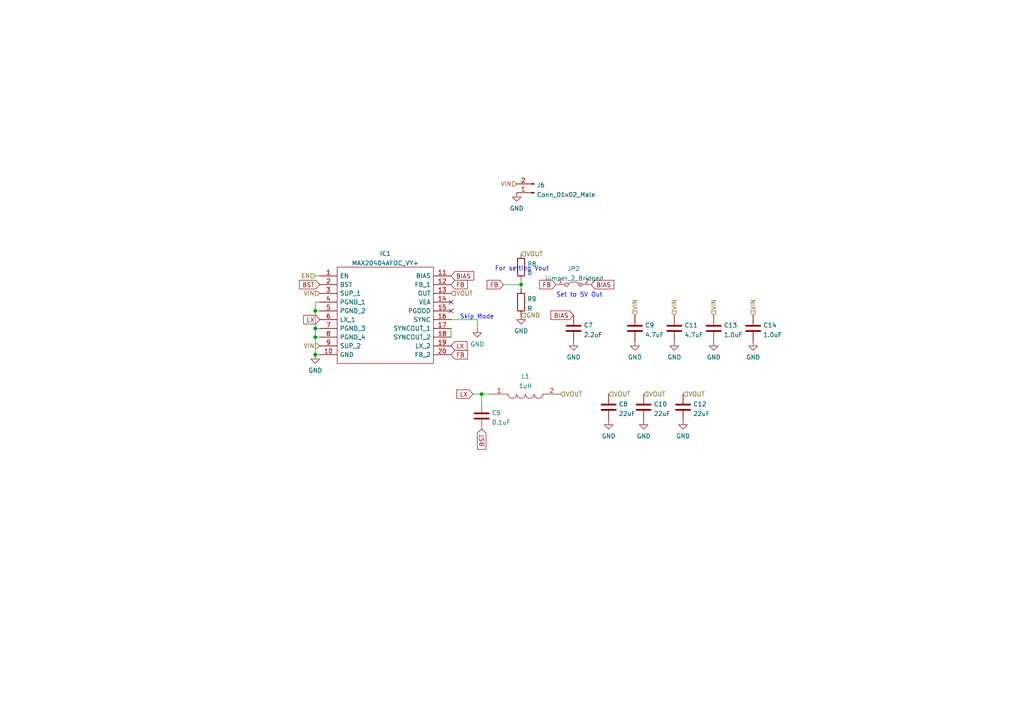
<source format=kicad_sch>
(kicad_sch (version 20211123) (generator eeschema)

  (uuid 4d3a1f72-d521-46ae-8fe1-3f8221038335)

  (paper "A4")

  (lib_symbols
    (symbol "Connector:Conn_01x02_Male" (pin_names (offset 1.016) hide) (in_bom yes) (on_board yes)
      (property "Reference" "J" (id 0) (at 0 2.54 0)
        (effects (font (size 1.27 1.27)))
      )
      (property "Value" "Conn_01x02_Male" (id 1) (at 0 -5.08 0)
        (effects (font (size 1.27 1.27)))
      )
      (property "Footprint" "" (id 2) (at 0 0 0)
        (effects (font (size 1.27 1.27)) hide)
      )
      (property "Datasheet" "~" (id 3) (at 0 0 0)
        (effects (font (size 1.27 1.27)) hide)
      )
      (property "ki_keywords" "connector" (id 4) (at 0 0 0)
        (effects (font (size 1.27 1.27)) hide)
      )
      (property "ki_description" "Generic connector, single row, 01x02, script generated (kicad-library-utils/schlib/autogen/connector/)" (id 5) (at 0 0 0)
        (effects (font (size 1.27 1.27)) hide)
      )
      (property "ki_fp_filters" "Connector*:*_1x??_*" (id 6) (at 0 0 0)
        (effects (font (size 1.27 1.27)) hide)
      )
      (symbol "Conn_01x02_Male_1_1"
        (polyline
          (pts
            (xy 1.27 -2.54)
            (xy 0.8636 -2.54)
          )
          (stroke (width 0.1524) (type default) (color 0 0 0 0))
          (fill (type none))
        )
        (polyline
          (pts
            (xy 1.27 0)
            (xy 0.8636 0)
          )
          (stroke (width 0.1524) (type default) (color 0 0 0 0))
          (fill (type none))
        )
        (rectangle (start 0.8636 -2.413) (end 0 -2.667)
          (stroke (width 0.1524) (type default) (color 0 0 0 0))
          (fill (type outline))
        )
        (rectangle (start 0.8636 0.127) (end 0 -0.127)
          (stroke (width 0.1524) (type default) (color 0 0 0 0))
          (fill (type outline))
        )
        (pin passive line (at 5.08 0 180) (length 3.81)
          (name "Pin_1" (effects (font (size 1.27 1.27))))
          (number "1" (effects (font (size 1.27 1.27))))
        )
        (pin passive line (at 5.08 -2.54 180) (length 3.81)
          (name "Pin_2" (effects (font (size 1.27 1.27))))
          (number "2" (effects (font (size 1.27 1.27))))
        )
      )
    )
    (symbol "Device:C" (pin_numbers hide) (pin_names (offset 0.254)) (in_bom yes) (on_board yes)
      (property "Reference" "C" (id 0) (at 0.635 2.54 0)
        (effects (font (size 1.27 1.27)) (justify left))
      )
      (property "Value" "C" (id 1) (at 0.635 -2.54 0)
        (effects (font (size 1.27 1.27)) (justify left))
      )
      (property "Footprint" "" (id 2) (at 0.9652 -3.81 0)
        (effects (font (size 1.27 1.27)) hide)
      )
      (property "Datasheet" "~" (id 3) (at 0 0 0)
        (effects (font (size 1.27 1.27)) hide)
      )
      (property "ki_keywords" "cap capacitor" (id 4) (at 0 0 0)
        (effects (font (size 1.27 1.27)) hide)
      )
      (property "ki_description" "Unpolarized capacitor" (id 5) (at 0 0 0)
        (effects (font (size 1.27 1.27)) hide)
      )
      (property "ki_fp_filters" "C_*" (id 6) (at 0 0 0)
        (effects (font (size 1.27 1.27)) hide)
      )
      (symbol "C_0_1"
        (polyline
          (pts
            (xy -2.032 -0.762)
            (xy 2.032 -0.762)
          )
          (stroke (width 0.508) (type default) (color 0 0 0 0))
          (fill (type none))
        )
        (polyline
          (pts
            (xy -2.032 0.762)
            (xy 2.032 0.762)
          )
          (stroke (width 0.508) (type default) (color 0 0 0 0))
          (fill (type none))
        )
      )
      (symbol "C_1_1"
        (pin passive line (at 0 3.81 270) (length 2.794)
          (name "~" (effects (font (size 1.27 1.27))))
          (number "1" (effects (font (size 1.27 1.27))))
        )
        (pin passive line (at 0 -3.81 90) (length 2.794)
          (name "~" (effects (font (size 1.27 1.27))))
          (number "2" (effects (font (size 1.27 1.27))))
        )
      )
    )
    (symbol "Device:R" (pin_numbers hide) (pin_names (offset 0)) (in_bom yes) (on_board yes)
      (property "Reference" "R" (id 0) (at 2.032 0 90)
        (effects (font (size 1.27 1.27)))
      )
      (property "Value" "R" (id 1) (at 0 0 90)
        (effects (font (size 1.27 1.27)))
      )
      (property "Footprint" "" (id 2) (at -1.778 0 90)
        (effects (font (size 1.27 1.27)) hide)
      )
      (property "Datasheet" "~" (id 3) (at 0 0 0)
        (effects (font (size 1.27 1.27)) hide)
      )
      (property "ki_keywords" "R res resistor" (id 4) (at 0 0 0)
        (effects (font (size 1.27 1.27)) hide)
      )
      (property "ki_description" "Resistor" (id 5) (at 0 0 0)
        (effects (font (size 1.27 1.27)) hide)
      )
      (property "ki_fp_filters" "R_*" (id 6) (at 0 0 0)
        (effects (font (size 1.27 1.27)) hide)
      )
      (symbol "R_0_1"
        (rectangle (start -1.016 -2.54) (end 1.016 2.54)
          (stroke (width 0.254) (type default) (color 0 0 0 0))
          (fill (type none))
        )
      )
      (symbol "R_1_1"
        (pin passive line (at 0 3.81 270) (length 1.27)
          (name "~" (effects (font (size 1.27 1.27))))
          (number "1" (effects (font (size 1.27 1.27))))
        )
        (pin passive line (at 0 -3.81 90) (length 1.27)
          (name "~" (effects (font (size 1.27 1.27))))
          (number "2" (effects (font (size 1.27 1.27))))
        )
      )
    )
    (symbol "Jumper:Jumper_2_Bridged" (pin_names (offset 0) hide) (in_bom yes) (on_board yes)
      (property "Reference" "JP" (id 0) (at 0 1.905 0)
        (effects (font (size 1.27 1.27)))
      )
      (property "Value" "Jumper_2_Bridged" (id 1) (at 0 -2.54 0)
        (effects (font (size 1.27 1.27)))
      )
      (property "Footprint" "" (id 2) (at 0 0 0)
        (effects (font (size 1.27 1.27)) hide)
      )
      (property "Datasheet" "~" (id 3) (at 0 0 0)
        (effects (font (size 1.27 1.27)) hide)
      )
      (property "ki_keywords" "Jumper SPST" (id 4) (at 0 0 0)
        (effects (font (size 1.27 1.27)) hide)
      )
      (property "ki_description" "Jumper, 2-pole, closed/bridged" (id 5) (at 0 0 0)
        (effects (font (size 1.27 1.27)) hide)
      )
      (property "ki_fp_filters" "Jumper* TestPoint*2Pads* TestPoint*Bridge*" (id 6) (at 0 0 0)
        (effects (font (size 1.27 1.27)) hide)
      )
      (symbol "Jumper_2_Bridged_0_0"
        (circle (center -2.032 0) (radius 0.508)
          (stroke (width 0) (type default) (color 0 0 0 0))
          (fill (type none))
        )
        (circle (center 2.032 0) (radius 0.508)
          (stroke (width 0) (type default) (color 0 0 0 0))
          (fill (type none))
        )
      )
      (symbol "Jumper_2_Bridged_0_1"
        (arc (start 1.524 0.254) (mid 0 0.762) (end -1.524 0.254)
          (stroke (width 0) (type default) (color 0 0 0 0))
          (fill (type none))
        )
      )
      (symbol "Jumper_2_Bridged_1_1"
        (pin passive line (at -5.08 0 0) (length 2.54)
          (name "A" (effects (font (size 1.27 1.27))))
          (number "1" (effects (font (size 1.27 1.27))))
        )
        (pin passive line (at 5.08 0 180) (length 2.54)
          (name "B" (effects (font (size 1.27 1.27))))
          (number "2" (effects (font (size 1.27 1.27))))
        )
      )
    )
    (symbol "MAX20404AFOC_VY+:MAX20404AFOC_VY+" (pin_names (offset 0.762)) (in_bom yes) (on_board yes)
      (property "Reference" "IC" (id 0) (at 34.29 7.62 0)
        (effects (font (size 1.27 1.27)) (justify left))
      )
      (property "Value" "MAX20404AFOC_VY+" (id 1) (at 34.29 5.08 0)
        (effects (font (size 1.27 1.27)) (justify left))
      )
      (property "Footprint" "MAX20404AFOCVY" (id 2) (at 34.29 2.54 0)
        (effects (font (size 1.27 1.27)) (justify left) hide)
      )
      (property "Datasheet" "https://datasheets.maximintegrated.com/en/ds/MAX20404-MAX20406.pdf" (id 3) (at 34.29 0 0)
        (effects (font (size 1.27 1.27)) (justify left) hide)
      )
      (property "Description" "36V 4A/5A/6A Sync Low Iq Buck Converter in P90D" (id 4) (at 34.29 -2.54 0)
        (effects (font (size 1.27 1.27)) (justify left) hide)
      )
      (property "Height" "0.8" (id 5) (at 34.29 -5.08 0)
        (effects (font (size 1.27 1.27)) (justify left) hide)
      )
      (property "Manufacturer_Name" "Maxim Integrated" (id 6) (at 34.29 -7.62 0)
        (effects (font (size 1.27 1.27)) (justify left) hide)
      )
      (property "Manufacturer_Part_Number" "MAX20404AFOC/VY+" (id 7) (at 34.29 -10.16 0)
        (effects (font (size 1.27 1.27)) (justify left) hide)
      )
      (property "Mouser Part Number" "" (id 8) (at 34.29 -12.7 0)
        (effects (font (size 1.27 1.27)) (justify left) hide)
      )
      (property "Mouser Price/Stock" "" (id 9) (at 34.29 -15.24 0)
        (effects (font (size 1.27 1.27)) (justify left) hide)
      )
      (property "Arrow Part Number" "" (id 10) (at 34.29 -17.78 0)
        (effects (font (size 1.27 1.27)) (justify left) hide)
      )
      (property "Arrow Price/Stock" "" (id 11) (at 34.29 -20.32 0)
        (effects (font (size 1.27 1.27)) (justify left) hide)
      )
      (property "ki_description" "36V 4A/5A/6A Sync Low Iq Buck Converter in P90D" (id 12) (at 0 0 0)
        (effects (font (size 1.27 1.27)) hide)
      )
      (symbol "MAX20404AFOC_VY+_0_0"
        (pin passive line (at 0 0 0) (length 5.08)
          (name "EN" (effects (font (size 1.27 1.27))))
          (number "1" (effects (font (size 1.27 1.27))))
        )
        (pin passive line (at 0 -22.86 0) (length 5.08)
          (name "GND" (effects (font (size 1.27 1.27))))
          (number "10" (effects (font (size 1.27 1.27))))
        )
        (pin passive line (at 38.1 0 180) (length 5.08)
          (name "BIAS" (effects (font (size 1.27 1.27))))
          (number "11" (effects (font (size 1.27 1.27))))
        )
        (pin passive line (at 38.1 -2.54 180) (length 5.08)
          (name "FB_1" (effects (font (size 1.27 1.27))))
          (number "12" (effects (font (size 1.27 1.27))))
        )
        (pin passive line (at 38.1 -5.08 180) (length 5.08)
          (name "OUT" (effects (font (size 1.27 1.27))))
          (number "13" (effects (font (size 1.27 1.27))))
        )
        (pin passive line (at 38.1 -7.62 180) (length 5.08)
          (name "VEA" (effects (font (size 1.27 1.27))))
          (number "14" (effects (font (size 1.27 1.27))))
        )
        (pin passive line (at 38.1 -10.16 180) (length 5.08)
          (name "PGOOD" (effects (font (size 1.27 1.27))))
          (number "15" (effects (font (size 1.27 1.27))))
        )
        (pin passive line (at 38.1 -12.7 180) (length 5.08)
          (name "SYNC" (effects (font (size 1.27 1.27))))
          (number "16" (effects (font (size 1.27 1.27))))
        )
        (pin passive line (at 38.1 -15.24 180) (length 5.08)
          (name "SYNCOUT_1" (effects (font (size 1.27 1.27))))
          (number "17" (effects (font (size 1.27 1.27))))
        )
        (pin passive line (at 38.1 -17.78 180) (length 5.08)
          (name "SYNCOUT_2" (effects (font (size 1.27 1.27))))
          (number "18" (effects (font (size 1.27 1.27))))
        )
        (pin passive line (at 38.1 -20.32 180) (length 5.08)
          (name "LX_2" (effects (font (size 1.27 1.27))))
          (number "19" (effects (font (size 1.27 1.27))))
        )
        (pin passive line (at 0 -2.54 0) (length 5.08)
          (name "BST" (effects (font (size 1.27 1.27))))
          (number "2" (effects (font (size 1.27 1.27))))
        )
        (pin passive line (at 38.1 -22.86 180) (length 5.08)
          (name "FB_2" (effects (font (size 1.27 1.27))))
          (number "20" (effects (font (size 1.27 1.27))))
        )
        (pin passive line (at 0 -5.08 0) (length 5.08)
          (name "SUP_1" (effects (font (size 1.27 1.27))))
          (number "3" (effects (font (size 1.27 1.27))))
        )
        (pin passive line (at 0 -7.62 0) (length 5.08)
          (name "PGND_1" (effects (font (size 1.27 1.27))))
          (number "4" (effects (font (size 1.27 1.27))))
        )
        (pin passive line (at 0 -10.16 0) (length 5.08)
          (name "PGND_2" (effects (font (size 1.27 1.27))))
          (number "5" (effects (font (size 1.27 1.27))))
        )
        (pin passive line (at 0 -12.7 0) (length 5.08)
          (name "LX_1" (effects (font (size 1.27 1.27))))
          (number "6" (effects (font (size 1.27 1.27))))
        )
        (pin passive line (at 0 -15.24 0) (length 5.08)
          (name "PGND_3" (effects (font (size 1.27 1.27))))
          (number "7" (effects (font (size 1.27 1.27))))
        )
        (pin passive line (at 0 -17.78 0) (length 5.08)
          (name "PGND_4" (effects (font (size 1.27 1.27))))
          (number "8" (effects (font (size 1.27 1.27))))
        )
        (pin passive line (at 0 -20.32 0) (length 5.08)
          (name "SUP_2" (effects (font (size 1.27 1.27))))
          (number "9" (effects (font (size 1.27 1.27))))
        )
      )
      (symbol "MAX20404AFOC_VY+_0_1"
        (polyline
          (pts
            (xy 5.08 2.54)
            (xy 33.02 2.54)
            (xy 33.02 -25.4)
            (xy 5.08 -25.4)
            (xy 5.08 2.54)
          )
          (stroke (width 0.1524) (type default) (color 0 0 0 0))
          (fill (type none))
        )
      )
    )
    (symbol "MWSA0605S-150MT:MWSA0605S-150MT" (pin_names (offset 0.762)) (in_bom yes) (on_board yes)
      (property "Reference" "L" (id 0) (at 16.51 6.35 0)
        (effects (font (size 1.27 1.27)) (justify left))
      )
      (property "Value" "MWSA0605S-150MT" (id 1) (at 16.51 3.81 0)
        (effects (font (size 1.27 1.27)) (justify left))
      )
      (property "Footprint" "INDPM7066X500N" (id 2) (at 16.51 1.27 0)
        (effects (font (size 1.27 1.27)) (justify left) hide)
      )
      (property "Datasheet" "https://datasheet.lcsc.com/szlcsc/1909231506_Sunlord-MWSA0605S-150MT_C408468.pdf" (id 3) (at 16.51 -1.27 0)
        (effects (font (size 1.27 1.27)) (justify left) hide)
      )
      (property "Description" "15uH +/-20% 3.1A 90m SMD,6.6x7.0x5.0mm Power Inductors RoHS" (id 4) (at 16.51 -3.81 0)
        (effects (font (size 1.27 1.27)) (justify left) hide)
      )
      (property "Height" "5" (id 5) (at 16.51 -6.35 0)
        (effects (font (size 1.27 1.27)) (justify left) hide)
      )
      (property "Manufacturer_Name" "SUNLORD" (id 6) (at 16.51 -8.89 0)
        (effects (font (size 1.27 1.27)) (justify left) hide)
      )
      (property "Manufacturer_Part_Number" "MWSA0605S-150MT" (id 7) (at 16.51 -11.43 0)
        (effects (font (size 1.27 1.27)) (justify left) hide)
      )
      (property "Mouser Part Number" "" (id 8) (at 16.51 -13.97 0)
        (effects (font (size 1.27 1.27)) (justify left) hide)
      )
      (property "Mouser Price/Stock" "" (id 9) (at 16.51 -16.51 0)
        (effects (font (size 1.27 1.27)) (justify left) hide)
      )
      (property "Arrow Part Number" "" (id 10) (at 16.51 -19.05 0)
        (effects (font (size 1.27 1.27)) (justify left) hide)
      )
      (property "Arrow Price/Stock" "" (id 11) (at 16.51 -21.59 0)
        (effects (font (size 1.27 1.27)) (justify left) hide)
      )
      (property "ki_description" "15uH +/-20% 3.1A 90m SMD,6.6x7.0x5.0mm Power Inductors RoHS" (id 12) (at 0 0 0)
        (effects (font (size 1.27 1.27)) hide)
      )
      (symbol "MWSA0605S-150MT_0_0"
        (pin passive line (at 0 0 0) (length 5.08)
          (name "~" (effects (font (size 1.27 1.27))))
          (number "1" (effects (font (size 1.27 1.27))))
        )
        (pin passive line (at 20.32 0 180) (length 5.08)
          (name "~" (effects (font (size 1.27 1.27))))
          (number "2" (effects (font (size 1.27 1.27))))
        )
      )
      (symbol "MWSA0605S-150MT_0_1"
        (arc (start 5.08 0) (mid 6.35 -1.3218) (end 7.62 0)
          (stroke (width 0.1524) (type default) (color 0 0 0 0))
          (fill (type none))
        )
        (arc (start 7.62 0) (mid 8.89 -1.3218) (end 10.16 0)
          (stroke (width 0.1524) (type default) (color 0 0 0 0))
          (fill (type none))
        )
        (arc (start 10.16 0) (mid 11.43 -1.3218) (end 12.7 0)
          (stroke (width 0.1524) (type default) (color 0 0 0 0))
          (fill (type none))
        )
        (arc (start 12.7 0) (mid 13.97 -1.3218) (end 15.24 0)
          (stroke (width 0.1524) (type default) (color 0 0 0 0))
          (fill (type none))
        )
      )
    )
    (symbol "power:GND" (power) (pin_names (offset 0)) (in_bom yes) (on_board yes)
      (property "Reference" "#PWR" (id 0) (at 0 -6.35 0)
        (effects (font (size 1.27 1.27)) hide)
      )
      (property "Value" "GND" (id 1) (at 0 -3.81 0)
        (effects (font (size 1.27 1.27)))
      )
      (property "Footprint" "" (id 2) (at 0 0 0)
        (effects (font (size 1.27 1.27)) hide)
      )
      (property "Datasheet" "" (id 3) (at 0 0 0)
        (effects (font (size 1.27 1.27)) hide)
      )
      (property "ki_keywords" "power-flag" (id 4) (at 0 0 0)
        (effects (font (size 1.27 1.27)) hide)
      )
      (property "ki_description" "Power symbol creates a global label with name \"GND\" , ground" (id 5) (at 0 0 0)
        (effects (font (size 1.27 1.27)) hide)
      )
      (symbol "GND_0_1"
        (polyline
          (pts
            (xy 0 0)
            (xy 0 -1.27)
            (xy 1.27 -1.27)
            (xy 0 -2.54)
            (xy -1.27 -1.27)
            (xy 0 -1.27)
          )
          (stroke (width 0) (type default) (color 0 0 0 0))
          (fill (type none))
        )
      )
      (symbol "GND_1_1"
        (pin power_in line (at 0 0 270) (length 0) hide
          (name "GND" (effects (font (size 1.27 1.27))))
          (number "1" (effects (font (size 1.27 1.27))))
        )
      )
    )
  )

  (junction (at 91.44 102.87) (diameter 0) (color 0 0 0 0)
    (uuid 262e1319-ecfe-4239-9c4c-02d8237718ae)
  )
  (junction (at 139.7 114.3) (diameter 0) (color 0 0 0 0)
    (uuid 85a2223e-7be8-40fb-8d44-4a6d8bf4443c)
  )
  (junction (at 151.13 82.55) (diameter 0) (color 0 0 0 0)
    (uuid b47e393a-f28a-4e7e-b034-5ec9df85b12f)
  )
  (junction (at 91.44 90.17) (diameter 0) (color 0 0 0 0)
    (uuid e2e4de0c-4fb7-4035-b014-b2a2bf7e262d)
  )
  (junction (at 91.44 97.79) (diameter 0) (color 0 0 0 0)
    (uuid f4b41b54-1268-4992-a5b6-226306ea8387)
  )
  (junction (at 91.44 95.25) (diameter 0) (color 0 0 0 0)
    (uuid f8b2e90d-02f5-4127-8938-e4fe3895e61e)
  )

  (no_connect (at 130.81 87.63) (uuid f9107412-e7f1-413d-818a-2380ad6fc0e9))
  (no_connect (at 130.81 90.17) (uuid f9107412-e7f1-413d-818a-2380ad6fc0e9))

  (wire (pts (xy 139.7 116.84) (xy 139.7 114.3))
    (stroke (width 0) (type default) (color 0 0 0 0))
    (uuid 2370b23f-e213-4f7b-b1e6-269b374875a5)
  )
  (wire (pts (xy 91.44 95.25) (xy 91.44 97.79))
    (stroke (width 0) (type default) (color 0 0 0 0))
    (uuid 36232c40-4795-42d8-8dc9-8280c49d2090)
  )
  (wire (pts (xy 91.44 102.87) (xy 92.71 102.87))
    (stroke (width 0) (type default) (color 0 0 0 0))
    (uuid 4582201b-5622-4272-88fc-bd8fde785704)
  )
  (wire (pts (xy 139.7 114.3) (xy 142.24 114.3))
    (stroke (width 0) (type default) (color 0 0 0 0))
    (uuid 5e5ea9d5-9f34-40d0-ac9d-f9d078ddcf9d)
  )
  (wire (pts (xy 138.43 92.71) (xy 138.43 95.25))
    (stroke (width 0) (type default) (color 0 0 0 0))
    (uuid 5f8e9361-3725-4970-a19b-01e143196d52)
  )
  (wire (pts (xy 91.44 87.63) (xy 91.44 90.17))
    (stroke (width 0) (type default) (color 0 0 0 0))
    (uuid 7d1c6c1e-f653-4ed9-bfa1-97c364f8d1e0)
  )
  (wire (pts (xy 151.13 82.55) (xy 151.13 83.82))
    (stroke (width 0) (type default) (color 0 0 0 0))
    (uuid 897fcd7a-7053-41b6-96c4-8115e1d62650)
  )
  (wire (pts (xy 151.13 81.28) (xy 151.13 82.55))
    (stroke (width 0) (type default) (color 0 0 0 0))
    (uuid 8c69ba33-4283-4197-b900-e5e14359e7ac)
  )
  (wire (pts (xy 91.44 80.01) (xy 92.71 80.01))
    (stroke (width 0) (type default) (color 0 0 0 0))
    (uuid 9c263990-4b53-4238-9167-f40f18ba361d)
  )
  (wire (pts (xy 130.81 95.25) (xy 130.81 97.79))
    (stroke (width 0) (type default) (color 0 0 0 0))
    (uuid 9f9dfac6-0c0d-4ee0-924b-e95250d2b98f)
  )
  (wire (pts (xy 91.44 90.17) (xy 91.44 95.25))
    (stroke (width 0) (type default) (color 0 0 0 0))
    (uuid a50905d6-49e2-4281-ab05-fe5e486ca579)
  )
  (wire (pts (xy 91.44 90.17) (xy 92.71 90.17))
    (stroke (width 0) (type default) (color 0 0 0 0))
    (uuid a66280d7-d9be-4eca-958a-3588513430b8)
  )
  (wire (pts (xy 146.05 82.55) (xy 151.13 82.55))
    (stroke (width 0) (type default) (color 0 0 0 0))
    (uuid b4a25dad-3903-4b75-a5b1-55923c2c8e1c)
  )
  (wire (pts (xy 91.44 97.79) (xy 92.71 97.79))
    (stroke (width 0) (type default) (color 0 0 0 0))
    (uuid c4e34bbd-8f80-4f41-8d62-d0c1e0373669)
  )
  (wire (pts (xy 91.44 97.79) (xy 91.44 102.87))
    (stroke (width 0) (type default) (color 0 0 0 0))
    (uuid d89ecf68-ff71-493d-82d4-e228a61644bd)
  )
  (wire (pts (xy 91.44 95.25) (xy 92.71 95.25))
    (stroke (width 0) (type default) (color 0 0 0 0))
    (uuid db425ebd-f1d9-4a38-b9c5-4880046275ec)
  )
  (wire (pts (xy 92.71 87.63) (xy 91.44 87.63))
    (stroke (width 0) (type default) (color 0 0 0 0))
    (uuid dfc68da7-b587-47b1-ab9e-b5e71763fd62)
  )
  (wire (pts (xy 139.7 114.3) (xy 137.16 114.3))
    (stroke (width 0) (type default) (color 0 0 0 0))
    (uuid e2857b10-8982-47cb-b1d9-f06c04e72c0a)
  )
  (wire (pts (xy 130.81 92.71) (xy 138.43 92.71))
    (stroke (width 0) (type default) (color 0 0 0 0))
    (uuid ec2e8bea-c9ec-4589-922a-3e82f6b261e4)
  )

  (text "For setting Vout" (at 143.51 78.74 0)
    (effects (font (size 1.27 1.27)) (justify left bottom))
    (uuid 33fb50ca-de49-4f87-809c-2ca5d7e2e9b1)
  )
  (text "Skip Mode" (at 133.35 92.71 0)
    (effects (font (size 1.27 1.27)) (justify left bottom))
    (uuid 3a8eae2f-c8a5-4b93-8ab4-5c350e63f024)
  )
  (text "Set to 5V Out" (at 161.29 86.36 0)
    (effects (font (size 1.27 1.27)) (justify left bottom))
    (uuid a43e93be-05c7-4a7e-91f2-9ddb1c516c38)
  )

  (global_label "LX" (shape input) (at 92.71 92.71 180) (fields_autoplaced)
    (effects (font (size 1.27 1.27)) (justify right))
    (uuid 275d74f5-0483-486d-bc2a-2769a883d9d2)
    (property "Intersheet References" "${INTERSHEET_REFS}" (id 0) (at 88.1482 92.6306 0)
      (effects (font (size 1.27 1.27)) (justify right) hide)
    )
  )
  (global_label "LX" (shape input) (at 130.81 100.33 0) (fields_autoplaced)
    (effects (font (size 1.27 1.27)) (justify left))
    (uuid 42465d27-3d32-4953-a7fe-5de6d1f32572)
    (property "Intersheet References" "${INTERSHEET_REFS}" (id 0) (at 135.3718 100.4094 0)
      (effects (font (size 1.27 1.27)) (justify left) hide)
    )
  )
  (global_label "LX" (shape input) (at 137.16 114.3 180) (fields_autoplaced)
    (effects (font (size 1.27 1.27)) (justify right))
    (uuid 4f82e30e-5d20-45c7-8de2-1a2a28b3f780)
    (property "Intersheet References" "${INTERSHEET_REFS}" (id 0) (at 132.5982 114.2206 0)
      (effects (font (size 1.27 1.27)) (justify right) hide)
    )
  )
  (global_label "BIAS" (shape input) (at 166.37 91.44 180) (fields_autoplaced)
    (effects (font (size 1.27 1.27)) (justify right))
    (uuid 5d83c37e-eede-4aa3-9627-29ef1efcf71a)
    (property "Intersheet References" "${INTERSHEET_REFS}" (id 0) (at 159.8729 91.5194 0)
      (effects (font (size 1.27 1.27)) (justify right) hide)
    )
  )
  (global_label "BST" (shape input) (at 92.71 82.55 180) (fields_autoplaced)
    (effects (font (size 1.27 1.27)) (justify right))
    (uuid 6965e5f3-0df5-43b4-83f8-2e4f9f63763e)
    (property "Intersheet References" "${INTERSHEET_REFS}" (id 0) (at 86.9387 82.4706 0)
      (effects (font (size 1.27 1.27)) (justify right) hide)
    )
  )
  (global_label "FB" (shape input) (at 161.29 82.55 180) (fields_autoplaced)
    (effects (font (size 1.27 1.27)) (justify right))
    (uuid 6a2ab5f4-948f-4288-a67f-ff545e8e7828)
    (property "Intersheet References" "${INTERSHEET_REFS}" (id 0) (at 156.6072 82.6294 0)
      (effects (font (size 1.27 1.27)) (justify right) hide)
    )
  )
  (global_label "BIAS" (shape input) (at 171.45 82.55 0) (fields_autoplaced)
    (effects (font (size 1.27 1.27)) (justify left))
    (uuid 949efd1a-67df-453f-8398-bc051f5acb27)
    (property "Intersheet References" "${INTERSHEET_REFS}" (id 0) (at 177.9471 82.4706 0)
      (effects (font (size 1.27 1.27)) (justify left) hide)
    )
  )
  (global_label "FB" (shape input) (at 130.81 82.55 0) (fields_autoplaced)
    (effects (font (size 1.27 1.27)) (justify left))
    (uuid 97e583bf-0f13-40e9-a255-a878225d1c00)
    (property "Intersheet References" "${INTERSHEET_REFS}" (id 0) (at 135.4928 82.4706 0)
      (effects (font (size 1.27 1.27)) (justify left) hide)
    )
  )
  (global_label "BST" (shape input) (at 139.7 124.46 270) (fields_autoplaced)
    (effects (font (size 1.27 1.27)) (justify right))
    (uuid 9cd1e88a-dc13-4a84-ab16-b0822d22b382)
    (property "Intersheet References" "${INTERSHEET_REFS}" (id 0) (at 139.6206 130.2313 90)
      (effects (font (size 1.27 1.27)) (justify right) hide)
    )
  )
  (global_label "FB" (shape input) (at 146.05 82.55 180) (fields_autoplaced)
    (effects (font (size 1.27 1.27)) (justify right))
    (uuid bc3587e0-754c-4408-8de9-41440bfc87fd)
    (property "Intersheet References" "${INTERSHEET_REFS}" (id 0) (at 141.3672 82.6294 0)
      (effects (font (size 1.27 1.27)) (justify right) hide)
    )
  )
  (global_label "BIAS" (shape input) (at 130.81 80.01 0) (fields_autoplaced)
    (effects (font (size 1.27 1.27)) (justify left))
    (uuid e6acab75-3f4d-4cab-ade9-a66473d5d2ac)
    (property "Intersheet References" "${INTERSHEET_REFS}" (id 0) (at 137.3071 79.9306 0)
      (effects (font (size 1.27 1.27)) (justify left) hide)
    )
  )
  (global_label "FB" (shape input) (at 130.81 102.87 0) (fields_autoplaced)
    (effects (font (size 1.27 1.27)) (justify left))
    (uuid f26e8c22-2f6e-4bdd-b805-391ce49589d7)
    (property "Intersheet References" "${INTERSHEET_REFS}" (id 0) (at 135.4928 102.7906 0)
      (effects (font (size 1.27 1.27)) (justify left) hide)
    )
  )

  (hierarchical_label "VIN" (shape input) (at 207.01 91.44 90)
    (effects (font (size 1.27 1.27)) (justify left))
    (uuid 11fab362-35c4-4ef5-b4a2-e313f6c7ea6a)
  )
  (hierarchical_label "EN" (shape input) (at 91.44 80.01 180)
    (effects (font (size 1.27 1.27)) (justify right))
    (uuid 18ce7b17-310d-4e95-9720-035656328d06)
  )
  (hierarchical_label "VOUT" (shape input) (at 151.13 73.66 0)
    (effects (font (size 1.27 1.27)) (justify left))
    (uuid 1aa3cabe-5932-4a95-8502-f22c43dd52b1)
  )
  (hierarchical_label "VIN" (shape input) (at 149.86 53.34 180)
    (effects (font (size 1.27 1.27)) (justify right))
    (uuid 1dc307ff-e28b-49cf-9077-c81d2d6abdde)
  )
  (hierarchical_label "VIN" (shape input) (at 184.15 91.44 90)
    (effects (font (size 1.27 1.27)) (justify left))
    (uuid 1e2deb22-9f52-4909-87c2-bc8c9b9bd631)
  )
  (hierarchical_label "VIN" (shape input) (at 92.71 100.33 180)
    (effects (font (size 1.27 1.27)) (justify right))
    (uuid 42c6d4d8-5ca1-4a76-9ca5-5874a8f05573)
  )
  (hierarchical_label "VOUT" (shape input) (at 176.53 114.3 0)
    (effects (font (size 1.27 1.27)) (justify left))
    (uuid 434d8b1d-4768-4145-b65e-4803d093b942)
  )
  (hierarchical_label "VIN" (shape input) (at 195.58 91.44 90)
    (effects (font (size 1.27 1.27)) (justify left))
    (uuid 46877880-cded-4a38-985f-4c10b17ffd01)
  )
  (hierarchical_label "VOUT" (shape input) (at 186.69 114.3 0)
    (effects (font (size 1.27 1.27)) (justify left))
    (uuid 6c5ee141-b1bf-4470-91dd-a81d58c0ead9)
  )
  (hierarchical_label "GND" (shape input) (at 151.13 91.44 0)
    (effects (font (size 1.27 1.27)) (justify left))
    (uuid 8cf6fbe9-21ff-41f7-a9e5-5dba8ee4fe6b)
  )
  (hierarchical_label "VOUT" (shape input) (at 162.56 114.3 0)
    (effects (font (size 1.27 1.27)) (justify left))
    (uuid 983e6ff6-f075-48ae-94ed-1039a4f780b6)
  )
  (hierarchical_label "VIN" (shape input) (at 92.71 85.09 180)
    (effects (font (size 1.27 1.27)) (justify right))
    (uuid bd85ceb2-833b-4da5-aced-2e6102e01b11)
  )
  (hierarchical_label "VIN" (shape input) (at 218.44 91.44 90)
    (effects (font (size 1.27 1.27)) (justify left))
    (uuid cd031632-5abb-449f-8a69-108145407087)
  )
  (hierarchical_label "VOUT" (shape input) (at 198.12 114.3 0)
    (effects (font (size 1.27 1.27)) (justify left))
    (uuid e1b1ba48-f244-42ac-be07-65ba1b6c20f4)
  )
  (hierarchical_label "VOUT" (shape input) (at 130.81 85.09 0)
    (effects (font (size 1.27 1.27)) (justify left))
    (uuid e75d501a-8e92-47b4-ad19-877d6a1dfabb)
  )

  (symbol (lib_id "Device:C") (at 176.53 118.11 0) (unit 1)
    (in_bom yes) (on_board yes) (fields_autoplaced)
    (uuid 078af5d8-9443-483e-b4f5-0dfd3ed396c8)
    (property "Reference" "C8" (id 0) (at 179.451 117.2015 0)
      (effects (font (size 1.27 1.27)) (justify left))
    )
    (property "Value" "22uF" (id 1) (at 179.451 119.9766 0)
      (effects (font (size 1.27 1.27)) (justify left))
    )
    (property "Footprint" "Capacitor_SMD:CP_Elec_5x5.3" (id 2) (at 177.4952 121.92 0)
      (effects (font (size 1.27 1.27)) hide)
    )
    (property "Datasheet" "~" (id 3) (at 176.53 118.11 0)
      (effects (font (size 1.27 1.27)) hide)
    )
    (pin "1" (uuid d2f3abc5-3942-46ac-8ee0-9ee5e1219bd6))
    (pin "2" (uuid 9668283b-0c17-4883-b25d-e312045041df))
  )

  (symbol (lib_id "power:GND") (at 207.01 99.06 0) (unit 1)
    (in_bom yes) (on_board yes) (fields_autoplaced)
    (uuid 0dd592dd-37f2-40ad-86a8-5fc8ddad92e4)
    (property "Reference" "#PWR059" (id 0) (at 207.01 105.41 0)
      (effects (font (size 1.27 1.27)) hide)
    )
    (property "Value" "GND" (id 1) (at 207.01 103.6225 0))
    (property "Footprint" "" (id 2) (at 207.01 99.06 0)
      (effects (font (size 1.27 1.27)) hide)
    )
    (property "Datasheet" "" (id 3) (at 207.01 99.06 0)
      (effects (font (size 1.27 1.27)) hide)
    )
    (pin "1" (uuid b8ed2e96-309f-4953-a5ee-85fbceb69779))
  )

  (symbol (lib_id "Device:C") (at 218.44 95.25 0) (unit 1)
    (in_bom yes) (on_board yes) (fields_autoplaced)
    (uuid 18c733dd-1a99-422e-ae8e-2dc0dd33b21b)
    (property "Reference" "C14" (id 0) (at 221.361 94.3415 0)
      (effects (font (size 1.27 1.27)) (justify left))
    )
    (property "Value" "1.0uF" (id 1) (at 221.361 97.1166 0)
      (effects (font (size 1.27 1.27)) (justify left))
    )
    (property "Footprint" "Capacitor_SMD:C_0805_2012Metric" (id 2) (at 219.4052 99.06 0)
      (effects (font (size 1.27 1.27)) hide)
    )
    (property "Datasheet" "~" (id 3) (at 218.44 95.25 0)
      (effects (font (size 1.27 1.27)) hide)
    )
    (pin "1" (uuid a379a55b-cf10-46ee-82c8-7573856f83f6))
    (pin "2" (uuid 24925964-492a-42ba-a9e5-f57af8b89496))
  )

  (symbol (lib_id "power:GND") (at 198.12 121.92 0) (unit 1)
    (in_bom yes) (on_board yes) (fields_autoplaced)
    (uuid 2b1dab65-0479-4eff-b7e6-66b9423859f4)
    (property "Reference" "#PWR058" (id 0) (at 198.12 128.27 0)
      (effects (font (size 1.27 1.27)) hide)
    )
    (property "Value" "GND" (id 1) (at 198.12 126.4825 0))
    (property "Footprint" "" (id 2) (at 198.12 121.92 0)
      (effects (font (size 1.27 1.27)) hide)
    )
    (property "Datasheet" "" (id 3) (at 198.12 121.92 0)
      (effects (font (size 1.27 1.27)) hide)
    )
    (pin "1" (uuid 4ec14cf9-df95-49e5-a22f-ed3ccac4e93d))
  )

  (symbol (lib_id "Device:C") (at 198.12 118.11 0) (unit 1)
    (in_bom yes) (on_board yes) (fields_autoplaced)
    (uuid 2e094249-00e9-4200-a898-cb756db9d087)
    (property "Reference" "C12" (id 0) (at 201.041 117.2015 0)
      (effects (font (size 1.27 1.27)) (justify left))
    )
    (property "Value" "22uF" (id 1) (at 201.041 119.9766 0)
      (effects (font (size 1.27 1.27)) (justify left))
    )
    (property "Footprint" "Capacitor_SMD:CP_Elec_5x5.3" (id 2) (at 199.0852 121.92 0)
      (effects (font (size 1.27 1.27)) hide)
    )
    (property "Datasheet" "~" (id 3) (at 198.12 118.11 0)
      (effects (font (size 1.27 1.27)) hide)
    )
    (pin "1" (uuid 2c62d3ec-3718-4b67-8509-eb766dffd363))
    (pin "2" (uuid 5fb18749-31e7-4104-85f5-b18cf4114c10))
  )

  (symbol (lib_id "Device:C") (at 139.7 120.65 0) (unit 1)
    (in_bom yes) (on_board yes) (fields_autoplaced)
    (uuid 393878ca-ed57-4a3f-837e-7218533f130a)
    (property "Reference" "C5" (id 0) (at 142.621 119.7415 0)
      (effects (font (size 1.27 1.27)) (justify left))
    )
    (property "Value" "0.1uF" (id 1) (at 142.621 122.5166 0)
      (effects (font (size 1.27 1.27)) (justify left))
    )
    (property "Footprint" "Capacitor_SMD:C_0805_2012Metric" (id 2) (at 140.6652 124.46 0)
      (effects (font (size 1.27 1.27)) hide)
    )
    (property "Datasheet" "~" (id 3) (at 139.7 120.65 0)
      (effects (font (size 1.27 1.27)) hide)
    )
    (pin "1" (uuid 9710d288-ae12-478f-8392-bf7851b46c36))
    (pin "2" (uuid 3d4f6df5-b7ff-423d-b208-63ecbb1bf2d3))
  )

  (symbol (lib_id "power:GND") (at 176.53 121.92 0) (unit 1)
    (in_bom yes) (on_board yes) (fields_autoplaced)
    (uuid 3e23a295-7e7e-4982-8ee6-3555da39ad80)
    (property "Reference" "#PWR048" (id 0) (at 176.53 128.27 0)
      (effects (font (size 1.27 1.27)) hide)
    )
    (property "Value" "GND" (id 1) (at 176.53 126.4825 0))
    (property "Footprint" "" (id 2) (at 176.53 121.92 0)
      (effects (font (size 1.27 1.27)) hide)
    )
    (property "Datasheet" "" (id 3) (at 176.53 121.92 0)
      (effects (font (size 1.27 1.27)) hide)
    )
    (pin "1" (uuid 724e16cc-550a-416b-841c-030d4b6e283c))
  )

  (symbol (lib_id "MAX20404AFOC_VY+:MAX20404AFOC_VY+") (at 92.71 80.01 0) (unit 1)
    (in_bom yes) (on_board yes) (fields_autoplaced)
    (uuid 57f94801-c10e-4acb-9bbc-ce8ac8244218)
    (property "Reference" "IC1" (id 0) (at 111.76 73.5543 0))
    (property "Value" "MAX20404AFOC_VY+" (id 1) (at 111.76 76.3294 0))
    (property "Footprint" "MAX20404AFOC_VY+:MAX20404AFOCVY" (id 2) (at 127 77.47 0)
      (effects (font (size 1.27 1.27)) (justify left) hide)
    )
    (property "Datasheet" "https://datasheets.maximintegrated.com/en/ds/MAX20404-MAX20406.pdf" (id 3) (at 127 80.01 0)
      (effects (font (size 1.27 1.27)) (justify left) hide)
    )
    (property "Description" "36V 4A/5A/6A Sync Low Iq Buck Converter in P90D" (id 4) (at 127 82.55 0)
      (effects (font (size 1.27 1.27)) (justify left) hide)
    )
    (property "Height" "0.8" (id 5) (at 127 85.09 0)
      (effects (font (size 1.27 1.27)) (justify left) hide)
    )
    (property "Manufacturer_Name" "Maxim Integrated" (id 6) (at 127 87.63 0)
      (effects (font (size 1.27 1.27)) (justify left) hide)
    )
    (property "Manufacturer_Part_Number" "MAX20404AFOC/VY+" (id 7) (at 127 90.17 0)
      (effects (font (size 1.27 1.27)) (justify left) hide)
    )
    (property "Mouser Part Number" "" (id 8) (at 127 92.71 0)
      (effects (font (size 1.27 1.27)) (justify left) hide)
    )
    (property "Mouser Price/Stock" "" (id 9) (at 127 95.25 0)
      (effects (font (size 1.27 1.27)) (justify left) hide)
    )
    (property "Arrow Part Number" "" (id 10) (at 127 97.79 0)
      (effects (font (size 1.27 1.27)) (justify left) hide)
    )
    (property "Arrow Price/Stock" "" (id 11) (at 127 100.33 0)
      (effects (font (size 1.27 1.27)) (justify left) hide)
    )
    (pin "1" (uuid d500751b-5044-4374-9be2-458049eddbea))
    (pin "10" (uuid ce7b2546-2c5a-4703-99cf-c8890f569ede))
    (pin "11" (uuid 4dcac72e-6cb6-4ff8-a587-c4faeb418f3d))
    (pin "12" (uuid 90a86b9b-dab3-4197-b3cf-ce8d62a752aa))
    (pin "13" (uuid 23ba97a7-e2f4-4bbc-a1c0-08b771520217))
    (pin "14" (uuid 26f74335-fcab-43a4-8b5f-c44f3425b4b6))
    (pin "15" (uuid b0e74982-8c63-4443-9070-90b8813fe264))
    (pin "16" (uuid 4de6d46a-6206-48f1-849c-88948bc601ae))
    (pin "17" (uuid 2b5d11b4-7cb5-41b1-99fe-43653a6eeaaf))
    (pin "18" (uuid 0556e873-c327-4f7f-b038-2f9f425f325e))
    (pin "19" (uuid 4d97f15c-26a8-45e7-99a0-af2b3fa4d314))
    (pin "2" (uuid 6da4abc9-b814-4adc-80e1-3abc7ad30b68))
    (pin "20" (uuid ccf08c43-c7b1-4b81-adea-f651895c3b5f))
    (pin "3" (uuid 0de18b8a-5330-448f-b32b-d7d197056ffa))
    (pin "4" (uuid f3ee16ee-b82c-4d88-9bde-fca5cd042242))
    (pin "5" (uuid 145e1bdb-e950-4db9-b8b9-c2d4ee3fa253))
    (pin "6" (uuid 3df476bb-0530-40f4-b1ef-f0c1001b744b))
    (pin "7" (uuid 733cb8a0-4851-4193-91f6-e762d5b77850))
    (pin "8" (uuid 160891fe-d737-4abe-ac27-5c38c305c5d3))
    (pin "9" (uuid a7be15ad-7ba5-4ff2-a838-57d10874bfe2))
  )

  (symbol (lib_id "Device:C") (at 186.69 118.11 0) (unit 1)
    (in_bom yes) (on_board yes) (fields_autoplaced)
    (uuid 5f948f68-f0fd-42e8-8bbe-0dbcbea70251)
    (property "Reference" "C10" (id 0) (at 189.611 117.2015 0)
      (effects (font (size 1.27 1.27)) (justify left))
    )
    (property "Value" "22uF" (id 1) (at 189.611 119.9766 0)
      (effects (font (size 1.27 1.27)) (justify left))
    )
    (property "Footprint" "Capacitor_SMD:CP_Elec_5x5.3" (id 2) (at 187.6552 121.92 0)
      (effects (font (size 1.27 1.27)) hide)
    )
    (property "Datasheet" "~" (id 3) (at 186.69 118.11 0)
      (effects (font (size 1.27 1.27)) hide)
    )
    (pin "1" (uuid a817a736-1ec3-407e-9770-e3c8890a971c))
    (pin "2" (uuid e37c36ed-c275-45cf-a6e0-93831ca13743))
  )

  (symbol (lib_id "MWSA0605S-150MT:MWSA0605S-150MT") (at 142.24 114.3 0) (unit 1)
    (in_bom yes) (on_board yes) (fields_autoplaced)
    (uuid 602e6b14-a6f2-4ec3-b579-25480b6ae04b)
    (property "Reference" "L1" (id 0) (at 152.4 109.1641 0))
    (property "Value" "1uH" (id 1) (at 152.4 111.9392 0))
    (property "Footprint" "MWSA0605S-150MT:INDPM7066X500N" (id 2) (at 158.75 113.03 0)
      (effects (font (size 1.27 1.27)) (justify left) hide)
    )
    (property "Datasheet" "https://datasheet.lcsc.com/szlcsc/1909231506_Sunlord-MWSA0605S-150MT_C408468.pdf" (id 3) (at 158.75 115.57 0)
      (effects (font (size 1.27 1.27)) (justify left) hide)
    )
    (property "Description" "15uH +/-20% 3.1A 90m SMD,6.6x7.0x5.0mm Power Inductors RoHS" (id 4) (at 158.75 118.11 0)
      (effects (font (size 1.27 1.27)) (justify left) hide)
    )
    (property "Height" "5" (id 5) (at 158.75 120.65 0)
      (effects (font (size 1.27 1.27)) (justify left) hide)
    )
    (property "Manufacturer_Name" "SUNLORD" (id 6) (at 158.75 123.19 0)
      (effects (font (size 1.27 1.27)) (justify left) hide)
    )
    (property "Manufacturer_Part_Number" "MWSA0605S-150MT" (id 7) (at 158.75 125.73 0)
      (effects (font (size 1.27 1.27)) (justify left) hide)
    )
    (property "Mouser Part Number" "" (id 8) (at 158.75 128.27 0)
      (effects (font (size 1.27 1.27)) (justify left) hide)
    )
    (property "Mouser Price/Stock" "" (id 9) (at 158.75 130.81 0)
      (effects (font (size 1.27 1.27)) (justify left) hide)
    )
    (property "Arrow Part Number" "" (id 10) (at 158.75 133.35 0)
      (effects (font (size 1.27 1.27)) (justify left) hide)
    )
    (property "Arrow Price/Stock" "" (id 11) (at 158.75 135.89 0)
      (effects (font (size 1.27 1.27)) (justify left) hide)
    )
    (pin "1" (uuid 55f42932-3670-44bc-863a-b8c112dc28f7))
    (pin "2" (uuid ffac3ac1-5aa0-4ccc-b62f-adbc1264d448))
  )

  (symbol (lib_id "power:GND") (at 218.44 99.06 0) (unit 1)
    (in_bom yes) (on_board yes) (fields_autoplaced)
    (uuid 6a5c2552-8b70-4c72-8d6a-61dc92af7090)
    (property "Reference" "#PWR060" (id 0) (at 218.44 105.41 0)
      (effects (font (size 1.27 1.27)) hide)
    )
    (property "Value" "GND" (id 1) (at 218.44 103.6225 0))
    (property "Footprint" "" (id 2) (at 218.44 99.06 0)
      (effects (font (size 1.27 1.27)) hide)
    )
    (property "Datasheet" "" (id 3) (at 218.44 99.06 0)
      (effects (font (size 1.27 1.27)) hide)
    )
    (pin "1" (uuid d8ecca0a-f18a-432e-b687-08aaf2191608))
  )

  (symbol (lib_id "power:GND") (at 186.69 121.92 0) (unit 1)
    (in_bom yes) (on_board yes) (fields_autoplaced)
    (uuid 6edf471a-1e2f-4d13-b4fd-9810b8206a46)
    (property "Reference" "#PWR052" (id 0) (at 186.69 128.27 0)
      (effects (font (size 1.27 1.27)) hide)
    )
    (property "Value" "GND" (id 1) (at 186.69 126.4825 0))
    (property "Footprint" "" (id 2) (at 186.69 121.92 0)
      (effects (font (size 1.27 1.27)) hide)
    )
    (property "Datasheet" "" (id 3) (at 186.69 121.92 0)
      (effects (font (size 1.27 1.27)) hide)
    )
    (pin "1" (uuid a0b7169a-a989-480e-b2d5-d08f71f84efb))
  )

  (symbol (lib_id "Device:R") (at 151.13 87.63 0) (unit 1)
    (in_bom yes) (on_board yes) (fields_autoplaced)
    (uuid 6efe86e3-e224-4d72-ac54-3c9f17310030)
    (property "Reference" "R9" (id 0) (at 152.908 86.7215 0)
      (effects (font (size 1.27 1.27)) (justify left))
    )
    (property "Value" "R" (id 1) (at 152.908 89.4966 0)
      (effects (font (size 1.27 1.27)) (justify left))
    )
    (property "Footprint" "Resistor_SMD:R_0805_2012Metric" (id 2) (at 149.352 87.63 90)
      (effects (font (size 1.27 1.27)) hide)
    )
    (property "Datasheet" "~" (id 3) (at 151.13 87.63 0)
      (effects (font (size 1.27 1.27)) hide)
    )
    (pin "1" (uuid 609b5be5-7b97-4841-b964-f9d700633568))
    (pin "2" (uuid 7e8a0141-05d0-4fb9-99eb-c757121ab761))
  )

  (symbol (lib_id "power:GND") (at 184.15 99.06 0) (unit 1)
    (in_bom yes) (on_board yes) (fields_autoplaced)
    (uuid 807b9b7a-f3c1-452f-982a-28575bf87685)
    (property "Reference" "#PWR051" (id 0) (at 184.15 105.41 0)
      (effects (font (size 1.27 1.27)) hide)
    )
    (property "Value" "GND" (id 1) (at 184.15 103.6225 0))
    (property "Footprint" "" (id 2) (at 184.15 99.06 0)
      (effects (font (size 1.27 1.27)) hide)
    )
    (property "Datasheet" "" (id 3) (at 184.15 99.06 0)
      (effects (font (size 1.27 1.27)) hide)
    )
    (pin "1" (uuid 82db9889-62bb-42ed-81cf-8e3bbf20b3d6))
  )

  (symbol (lib_id "Device:C") (at 195.58 95.25 0) (unit 1)
    (in_bom yes) (on_board yes) (fields_autoplaced)
    (uuid 930db881-a9c9-4c82-b5dc-baeb07d67cee)
    (property "Reference" "C11" (id 0) (at 198.501 94.3415 0)
      (effects (font (size 1.27 1.27)) (justify left))
    )
    (property "Value" "4.7uF" (id 1) (at 198.501 97.1166 0)
      (effects (font (size 1.27 1.27)) (justify left))
    )
    (property "Footprint" "Capacitor_SMD:C_0805_2012Metric" (id 2) (at 196.5452 99.06 0)
      (effects (font (size 1.27 1.27)) hide)
    )
    (property "Datasheet" "~" (id 3) (at 195.58 95.25 0)
      (effects (font (size 1.27 1.27)) hide)
    )
    (pin "1" (uuid 41e8dc0e-6b83-4d59-bd80-1e371d3ed66f))
    (pin "2" (uuid 79a708cc-d9a7-4fe8-93c0-15dc8e19aa70))
  )

  (symbol (lib_id "Jumper:Jumper_2_Bridged") (at 166.37 82.55 0) (unit 1)
    (in_bom yes) (on_board yes) (fields_autoplaced)
    (uuid 9547b8b0-b26f-4f54-808a-8771364f8d21)
    (property "Reference" "JP2" (id 0) (at 166.37 77.9485 0))
    (property "Value" "Jumper_2_Bridged" (id 1) (at 166.37 80.7236 0))
    (property "Footprint" "Connector_PinHeader_2.54mm:PinHeader_1x02_P2.54mm_Vertical" (id 2) (at 166.37 82.55 0)
      (effects (font (size 1.27 1.27)) hide)
    )
    (property "Datasheet" "~" (id 3) (at 166.37 82.55 0)
      (effects (font (size 1.27 1.27)) hide)
    )
    (pin "1" (uuid 28e79ae1-25d7-4f60-b278-94e638cb782f))
    (pin "2" (uuid ad1d539f-ff21-4620-bb0d-a75398f6bb4f))
  )

  (symbol (lib_id "Device:C") (at 207.01 95.25 0) (unit 1)
    (in_bom yes) (on_board yes) (fields_autoplaced)
    (uuid 98fec06b-eff6-4b40-aa7c-ec665820ff03)
    (property "Reference" "C13" (id 0) (at 209.931 94.3415 0)
      (effects (font (size 1.27 1.27)) (justify left))
    )
    (property "Value" "1.0uF" (id 1) (at 209.931 97.1166 0)
      (effects (font (size 1.27 1.27)) (justify left))
    )
    (property "Footprint" "Capacitor_SMD:C_0805_2012Metric" (id 2) (at 207.9752 99.06 0)
      (effects (font (size 1.27 1.27)) hide)
    )
    (property "Datasheet" "~" (id 3) (at 207.01 95.25 0)
      (effects (font (size 1.27 1.27)) hide)
    )
    (pin "1" (uuid a1d25cdb-aa2f-4493-bdb3-1f26389da17c))
    (pin "2" (uuid 3dbd8b17-cd4d-48e3-b676-8f6e1a4420dd))
  )

  (symbol (lib_id "power:GND") (at 151.13 91.44 0) (unit 1)
    (in_bom yes) (on_board yes) (fields_autoplaced)
    (uuid a1f7c8c5-bab5-4269-8ad1-ed9435484dca)
    (property "Reference" "#PWR046" (id 0) (at 151.13 97.79 0)
      (effects (font (size 1.27 1.27)) hide)
    )
    (property "Value" "GND" (id 1) (at 151.13 96.0025 0))
    (property "Footprint" "" (id 2) (at 151.13 91.44 0)
      (effects (font (size 1.27 1.27)) hide)
    )
    (property "Datasheet" "" (id 3) (at 151.13 91.44 0)
      (effects (font (size 1.27 1.27)) hide)
    )
    (pin "1" (uuid fcb5e246-7291-4f45-9746-3865975c3c19))
  )

  (symbol (lib_id "Device:C") (at 184.15 95.25 0) (unit 1)
    (in_bom yes) (on_board yes) (fields_autoplaced)
    (uuid ad4a0ba0-aae3-4530-a6f1-4b7c356f1df4)
    (property "Reference" "C9" (id 0) (at 187.071 94.3415 0)
      (effects (font (size 1.27 1.27)) (justify left))
    )
    (property "Value" "4.7uF" (id 1) (at 187.071 97.1166 0)
      (effects (font (size 1.27 1.27)) (justify left))
    )
    (property "Footprint" "Capacitor_SMD:C_0805_2012Metric" (id 2) (at 185.1152 99.06 0)
      (effects (font (size 1.27 1.27)) hide)
    )
    (property "Datasheet" "~" (id 3) (at 184.15 95.25 0)
      (effects (font (size 1.27 1.27)) hide)
    )
    (pin "1" (uuid a7aa6a40-1092-46ff-aaa4-539809050ff8))
    (pin "2" (uuid a95af959-afbb-4fb4-bace-39d43ad10f4e))
  )

  (symbol (lib_id "power:GND") (at 195.58 99.06 0) (unit 1)
    (in_bom yes) (on_board yes) (fields_autoplaced)
    (uuid b6f86c75-b8a5-4231-b070-848282cbf790)
    (property "Reference" "#PWR057" (id 0) (at 195.58 105.41 0)
      (effects (font (size 1.27 1.27)) hide)
    )
    (property "Value" "GND" (id 1) (at 195.58 103.6225 0))
    (property "Footprint" "" (id 2) (at 195.58 99.06 0)
      (effects (font (size 1.27 1.27)) hide)
    )
    (property "Datasheet" "" (id 3) (at 195.58 99.06 0)
      (effects (font (size 1.27 1.27)) hide)
    )
    (pin "1" (uuid b9a6533e-1d56-41c1-9574-f822a8443044))
  )

  (symbol (lib_id "Device:R") (at 151.13 77.47 0) (unit 1)
    (in_bom yes) (on_board yes) (fields_autoplaced)
    (uuid c115b8e2-e174-440d-a7fb-b112b3d9e3a7)
    (property "Reference" "R8" (id 0) (at 152.908 76.5615 0)
      (effects (font (size 1.27 1.27)) (justify left))
    )
    (property "Value" "R" (id 1) (at 152.908 79.3366 0)
      (effects (font (size 1.27 1.27)) (justify left))
    )
    (property "Footprint" "Resistor_SMD:R_0805_2012Metric" (id 2) (at 149.352 77.47 90)
      (effects (font (size 1.27 1.27)) hide)
    )
    (property "Datasheet" "~" (id 3) (at 151.13 77.47 0)
      (effects (font (size 1.27 1.27)) hide)
    )
    (pin "1" (uuid 6753d205-2245-4b5f-90f0-49761c9135a8))
    (pin "2" (uuid 743c56db-1412-4480-acf8-b67a68ed1adc))
  )

  (symbol (lib_id "power:GND") (at 138.43 95.25 0) (unit 1)
    (in_bom yes) (on_board yes) (fields_autoplaced)
    (uuid c4f6013a-f320-44df-9210-7374893280af)
    (property "Reference" "#PWR036" (id 0) (at 138.43 101.6 0)
      (effects (font (size 1.27 1.27)) hide)
    )
    (property "Value" "GND" (id 1) (at 138.43 99.8125 0))
    (property "Footprint" "" (id 2) (at 138.43 95.25 0)
      (effects (font (size 1.27 1.27)) hide)
    )
    (property "Datasheet" "" (id 3) (at 138.43 95.25 0)
      (effects (font (size 1.27 1.27)) hide)
    )
    (pin "1" (uuid d415a60f-cdeb-4cbb-8ecd-218893ca6470))
  )

  (symbol (lib_id "power:GND") (at 149.86 55.88 0) (unit 1)
    (in_bom yes) (on_board yes) (fields_autoplaced)
    (uuid cf5cfa22-d803-4440-9dae-22554e9c50f5)
    (property "Reference" "#PWR037" (id 0) (at 149.86 62.23 0)
      (effects (font (size 1.27 1.27)) hide)
    )
    (property "Value" "GND" (id 1) (at 149.86 60.4425 0))
    (property "Footprint" "" (id 2) (at 149.86 55.88 0)
      (effects (font (size 1.27 1.27)) hide)
    )
    (property "Datasheet" "" (id 3) (at 149.86 55.88 0)
      (effects (font (size 1.27 1.27)) hide)
    )
    (pin "1" (uuid 11e8a641-4f1f-488c-8afd-0a9f198b01ef))
  )

  (symbol (lib_id "Device:C") (at 166.37 95.25 0) (unit 1)
    (in_bom yes) (on_board yes) (fields_autoplaced)
    (uuid dc37fa7e-8ab4-473f-a8c2-370f16f0c865)
    (property "Reference" "C7" (id 0) (at 169.291 94.3415 0)
      (effects (font (size 1.27 1.27)) (justify left))
    )
    (property "Value" "2.2uF" (id 1) (at 169.291 97.1166 0)
      (effects (font (size 1.27 1.27)) (justify left))
    )
    (property "Footprint" "Capacitor_SMD:C_0805_2012Metric" (id 2) (at 167.3352 99.06 0)
      (effects (font (size 1.27 1.27)) hide)
    )
    (property "Datasheet" "~" (id 3) (at 166.37 95.25 0)
      (effects (font (size 1.27 1.27)) hide)
    )
    (pin "1" (uuid 5070c79d-9a0b-4bb8-ab00-b7d5f4b7bb34))
    (pin "2" (uuid 09ff892f-89fa-4e55-8bc2-0569893065f5))
  )

  (symbol (lib_id "power:GND") (at 166.37 99.06 0) (unit 1)
    (in_bom yes) (on_board yes) (fields_autoplaced)
    (uuid de6469c5-298a-41ca-a5a5-a4b8838b51ca)
    (property "Reference" "#PWR047" (id 0) (at 166.37 105.41 0)
      (effects (font (size 1.27 1.27)) hide)
    )
    (property "Value" "GND" (id 1) (at 166.37 103.6225 0))
    (property "Footprint" "" (id 2) (at 166.37 99.06 0)
      (effects (font (size 1.27 1.27)) hide)
    )
    (property "Datasheet" "" (id 3) (at 166.37 99.06 0)
      (effects (font (size 1.27 1.27)) hide)
    )
    (pin "1" (uuid 7e55adef-e507-4984-86c2-39b9e50b7775))
  )

  (symbol (lib_id "Connector:Conn_01x02_Male") (at 154.94 55.88 180) (unit 1)
    (in_bom yes) (on_board yes) (fields_autoplaced)
    (uuid e49cb684-ec5a-4429-bd8c-d3a4a70bd69e)
    (property "Reference" "J6" (id 0) (at 155.6512 53.7015 0)
      (effects (font (size 1.27 1.27)) (justify right))
    )
    (property "Value" "Conn_01x02_Male" (id 1) (at 155.6512 56.4766 0)
      (effects (font (size 1.27 1.27)) (justify right))
    )
    (property "Footprint" "Connector_AMASS:AMASS_XT60-M_1x02_P7.20mm_Vertical" (id 2) (at 154.94 55.88 0)
      (effects (font (size 1.27 1.27)) hide)
    )
    (property "Datasheet" "~" (id 3) (at 154.94 55.88 0)
      (effects (font (size 1.27 1.27)) hide)
    )
    (pin "1" (uuid 41dab472-6725-4f4a-a652-e37e5f0ff0f7))
    (pin "2" (uuid 1b06931a-42fb-4127-88b1-89378b4b5313))
  )

  (symbol (lib_id "power:GND") (at 91.44 102.87 0) (unit 1)
    (in_bom yes) (on_board yes) (fields_autoplaced)
    (uuid f72466d6-1dd4-4ca8-9f64-82abda0ca826)
    (property "Reference" "#PWR0101" (id 0) (at 91.44 109.22 0)
      (effects (font (size 1.27 1.27)) hide)
    )
    (property "Value" "GND" (id 1) (at 91.44 107.4325 0))
    (property "Footprint" "" (id 2) (at 91.44 102.87 0)
      (effects (font (size 1.27 1.27)) hide)
    )
    (property "Datasheet" "" (id 3) (at 91.44 102.87 0)
      (effects (font (size 1.27 1.27)) hide)
    )
    (pin "1" (uuid a86cc4fa-6c19-44a5-b973-8cc40c949f22))
  )
)

</source>
